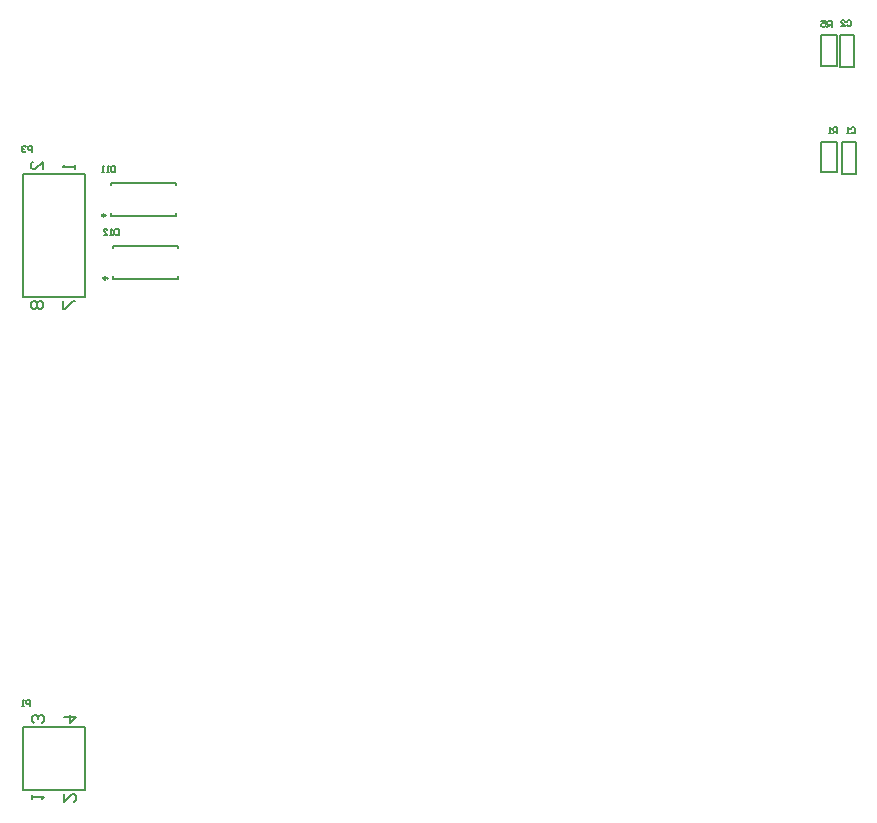
<source format=gbo>
%FSTAX23Y23*%
%MOIN*%
%SFA1B1*%

%IPPOS*%
%ADD11C,0.009800*%
%ADD12C,0.006000*%
%ADD15C,0.007900*%
%ADD19C,0.005000*%
%LNv1.0-1*%
%LPD*%
G54D11*
X01301Y04262D02*
D01*
D01*
G75*
G03X01291I-00004J0D01*
G74*G01*
D01*
G75*
G03X01301I00004J0D01*
G74*G01*
X01306Y04052D02*
D01*
D01*
G75*
G03X01296I-00004J0D01*
G74*G01*
D01*
G75*
G03X01306I00004J0D01*
G74*G01*
G54D12*
X03689Y04857D02*
Y04861D01*
X03741*
Y04759D02*
Y04861D01*
X03689Y04759D02*
X03741D01*
X03689D02*
Y04857D01*
X03798Y04757D02*
Y04764D01*
X03752Y04757D02*
X03798D01*
X03752D02*
Y04863D01*
X03798*
Y04764D02*
Y04863D01*
X03689Y04502D02*
Y04506D01*
X03741*
Y04404D02*
Y04506D01*
X03689Y04404D02*
X03741D01*
X03689D02*
Y04502D01*
X03803Y044D02*
Y04407D01*
X03757Y044D02*
X03803D01*
X03757D02*
Y04506D01*
X03803*
Y04407D02*
Y04506D01*
X01059Y02316D02*
Y02329D01*
Y02322*
X01099*
X01092Y02316*
X01165Y02331D02*
Y02304D01*
X01192Y02331*
X01198*
X01205Y02324*
Y02311*
X01198Y02304*
X01092Y02568D02*
X01099Y02574D01*
Y02588*
X01092Y02594*
X01085*
X01079Y02588*
Y02581*
Y02588*
X01072Y02594*
X01065*
X01059Y02588*
Y02574*
X01065Y02568*
X01165Y02588D02*
X01205D01*
X01185Y02568*
Y02594*
X01061Y03976D02*
X01054Y0397D01*
Y03956*
X01061Y0395*
X01067*
X01074Y03956*
X01081Y0395*
X01087*
X01094Y03956*
Y0397*
X01087Y03976*
X01081*
X01074Y0397*
X01067Y03976*
X01061*
X01074Y0397D02*
Y03956D01*
X0116Y03976D02*
Y0395D01*
X01167*
X01194Y03976*
X012*
X01094Y04414D02*
Y0444D01*
X01067Y04414*
X01061*
X01054Y0442*
Y04434*
X01061Y0444*
X012Y04428D02*
Y04415D01*
Y04422*
X0116*
X01167Y04428*
G54D15*
X01027Y02344D02*
X01233D01*
X01027D02*
Y02555D01*
X01233Y02344D02*
Y02555D01*
X01027D02*
X01233D01*
X01027Y03989D02*
X01233D01*
X01027D02*
Y044D01*
X01233Y03989D02*
Y044D01*
X01027D02*
X01233D01*
X01321Y04259D02*
X01538D01*
X01321Y0437D02*
X01538D01*
X01321Y04259D02*
Y04268D01*
X01538Y04259D02*
Y04268D01*
X01321Y04361D02*
Y0437D01*
X01538Y04361D02*
Y0437D01*
X01326Y04049D02*
X01543D01*
X01326Y0416D02*
X01543D01*
X01326Y04049D02*
Y04058D01*
X01543Y04049D02*
Y04058D01*
X01326Y04151D02*
Y0416D01*
X01543Y04151D02*
Y0416D01*
G54D19*
X0105Y02626D02*
Y02646D01*
X0104*
X01036Y02642*
Y02636*
X0104Y02632*
X0105*
X0103Y02626D02*
X01023D01*
X01026*
Y02646*
X0103Y02642*
X01057Y04472D02*
Y04492D01*
X01047*
X01043Y04488*
Y04482*
X01047Y04478*
X01057*
X01037Y04488D02*
X01033Y04492D01*
X01027*
X01023Y04488*
Y04485*
X01027Y04482*
X0103*
X01027*
X01023Y04478*
Y04475*
X01027Y04472*
X01033*
X01037Y04475*
X01335Y04426D02*
Y04406D01*
X01325*
X01321Y04409*
Y04422*
X01325Y04426*
X01335*
X01315Y04406D02*
X01308D01*
X01311*
Y04426*
X01315Y04422*
X01298Y04406D02*
X01291D01*
X01295*
Y04426*
X01298Y04422*
X01346Y04216D02*
Y04196D01*
X01336*
X01332Y04199*
Y04212*
X01336Y04216*
X01346*
X01326Y04196D02*
X01319D01*
X01322*
Y04216*
X01326Y04212*
X01296Y04196D02*
X01309D01*
X01296Y04209*
Y04212*
X01299Y04216*
X01306*
X01309Y04212*
X03723Y04889D02*
Y04909D01*
X03713*
X03709Y04905*
Y04899*
X03713Y04895*
X03723*
X03716D02*
X03709Y04889D01*
X03689Y04909D02*
X03703D01*
Y04899*
X03696Y04902*
X03693*
X03689Y04899*
Y04892*
X03693Y04889*
X03699*
X03703Y04892*
X03773Y04907D02*
X03777Y04911D01*
X03783*
X03787Y04907*
Y04894*
X03783Y04891*
X03777*
X03773Y04894*
X03753Y04891D02*
X03767D01*
X03753Y04904*
Y04907*
X03757Y04911*
X03763*
X03767Y04907*
X03741Y04534D02*
Y04554D01*
X03731*
X03727Y0455*
Y04544*
X03731Y0454*
X03741*
X03734D02*
X03727Y04534D01*
X03721D02*
X03714D01*
X03717*
Y04554*
X03721Y0455*
X03788D02*
X03792Y04554D01*
X03798*
X03802Y0455*
Y04537*
X03798Y04534*
X03792*
X03788Y04537*
X03782Y04534D02*
X03775D01*
X03778*
Y04554*
X03782Y0455*
M02*
</source>
